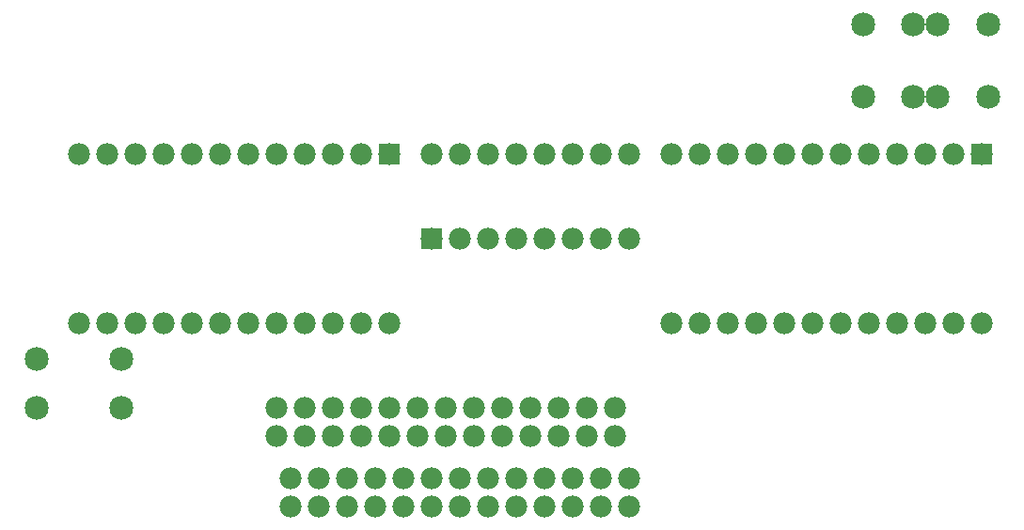
<source format=gts>
G04 MADE WITH FRITZING*
G04 WWW.FRITZING.ORG*
G04 DOUBLE SIDED*
G04 HOLES PLATED*
G04 CONTOUR ON CENTER OF CONTOUR VECTOR*
%ASAXBY*%
%FSLAX23Y23*%
%MOIN*%
%OFA0B0*%
%SFA1.0B1.0*%
%ADD10C,0.077559*%
%ADD11C,0.085000*%
%ADD12R,0.077559X0.077559*%
%LNMASK1*%
G90*
G70*
G54D10*
X3419Y1367D03*
X3419Y767D03*
X3319Y1367D03*
X3319Y767D03*
X3219Y1367D03*
X3219Y767D03*
X3119Y1367D03*
X3119Y767D03*
X3019Y1367D03*
X3019Y767D03*
X2919Y1367D03*
X2919Y767D03*
X2819Y1367D03*
X2819Y767D03*
X2719Y1367D03*
X2719Y767D03*
X2619Y1367D03*
X2619Y767D03*
X2519Y1367D03*
X2519Y767D03*
X2419Y1367D03*
X2419Y767D03*
X2319Y1367D03*
X2319Y767D03*
X969Y117D03*
X1069Y117D03*
X1169Y117D03*
X1269Y117D03*
X1369Y117D03*
X1469Y117D03*
X1569Y117D03*
X1669Y117D03*
X1769Y117D03*
X1869Y117D03*
X1969Y117D03*
X2069Y117D03*
X2169Y117D03*
X969Y117D03*
X1069Y117D03*
X1169Y117D03*
X1269Y117D03*
X1369Y117D03*
X1469Y117D03*
X1569Y117D03*
X1669Y117D03*
X1769Y117D03*
X1869Y117D03*
X1969Y117D03*
X2069Y117D03*
X2169Y117D03*
X2169Y217D03*
X2069Y217D03*
X1969Y217D03*
X1869Y217D03*
X1769Y217D03*
X1669Y217D03*
X1569Y217D03*
X1469Y217D03*
X1369Y217D03*
X1269Y217D03*
X1169Y217D03*
X1069Y217D03*
X969Y217D03*
X919Y367D03*
X1019Y367D03*
X1119Y367D03*
X1219Y367D03*
X1319Y367D03*
X1419Y367D03*
X1519Y367D03*
X1619Y367D03*
X1719Y367D03*
X1819Y367D03*
X1919Y367D03*
X2019Y367D03*
X2119Y367D03*
X919Y367D03*
X1019Y367D03*
X1119Y367D03*
X1219Y367D03*
X1319Y367D03*
X1419Y367D03*
X1519Y367D03*
X1619Y367D03*
X1719Y367D03*
X1819Y367D03*
X1919Y367D03*
X2019Y367D03*
X2119Y367D03*
X2119Y467D03*
X2019Y467D03*
X1919Y467D03*
X1819Y467D03*
X1719Y467D03*
X1619Y467D03*
X1519Y467D03*
X1419Y467D03*
X1319Y467D03*
X1219Y467D03*
X1119Y467D03*
X1019Y467D03*
X919Y467D03*
X1319Y1367D03*
X1319Y767D03*
X1219Y1367D03*
X1219Y767D03*
X1119Y1367D03*
X1119Y767D03*
X1019Y1367D03*
X1019Y767D03*
X919Y1367D03*
X919Y767D03*
X819Y1367D03*
X819Y767D03*
X719Y1367D03*
X719Y767D03*
X619Y1367D03*
X619Y767D03*
X519Y1367D03*
X519Y767D03*
X419Y1367D03*
X419Y767D03*
X319Y1367D03*
X319Y767D03*
X219Y1367D03*
X219Y767D03*
X1469Y1067D03*
X1469Y1367D03*
X1569Y1067D03*
X1569Y1367D03*
X1669Y1067D03*
X1669Y1367D03*
X1769Y1067D03*
X1769Y1367D03*
X1869Y1067D03*
X1869Y1367D03*
X1969Y1067D03*
X1969Y1367D03*
X2069Y1067D03*
X2069Y1367D03*
X2169Y1067D03*
X2169Y1367D03*
G54D11*
X3177Y1827D03*
X3177Y1571D03*
X3000Y1827D03*
X3000Y1571D03*
X3442Y1827D03*
X3442Y1571D03*
X3265Y1827D03*
X3265Y1571D03*
X369Y467D03*
X69Y467D03*
X369Y641D03*
X69Y641D03*
G54D12*
X3419Y1367D03*
X1319Y1367D03*
X1469Y1067D03*
G04 End of Mask1*
M02*
</source>
